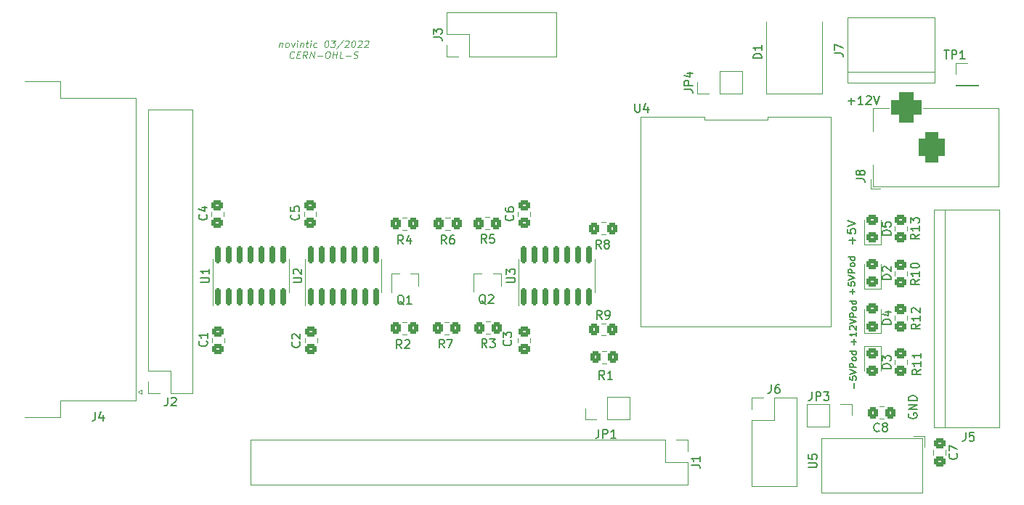
<source format=gbr>
G04 #@! TF.GenerationSoftware,KiCad,Pcbnew,(6.0.4-0)*
G04 #@! TF.CreationDate,2022-04-08T08:30:32+02:00*
G04 #@! TF.ProjectId,FluCom2,466c7543-6f6d-4322-9e6b-696361645f70,2.3*
G04 #@! TF.SameCoordinates,Original*
G04 #@! TF.FileFunction,Legend,Top*
G04 #@! TF.FilePolarity,Positive*
%FSLAX46Y46*%
G04 Gerber Fmt 4.6, Leading zero omitted, Abs format (unit mm)*
G04 Created by KiCad (PCBNEW (6.0.4-0)) date 2022-04-08 08:30:32*
%MOMM*%
%LPD*%
G01*
G04 APERTURE LIST*
G04 Aperture macros list*
%AMRoundRect*
0 Rectangle with rounded corners*
0 $1 Rounding radius*
0 $2 $3 $4 $5 $6 $7 $8 $9 X,Y pos of 4 corners*
0 Add a 4 corners polygon primitive as box body*
4,1,4,$2,$3,$4,$5,$6,$7,$8,$9,$2,$3,0*
0 Add four circle primitives for the rounded corners*
1,1,$1+$1,$2,$3*
1,1,$1+$1,$4,$5*
1,1,$1+$1,$6,$7*
1,1,$1+$1,$8,$9*
0 Add four rect primitives between the rounded corners*
20,1,$1+$1,$2,$3,$4,$5,0*
20,1,$1+$1,$4,$5,$6,$7,0*
20,1,$1+$1,$6,$7,$8,$9,0*
20,1,$1+$1,$8,$9,$2,$3,0*%
G04 Aperture macros list end*
%ADD10C,0.100000*%
%ADD11C,0.200000*%
%ADD12C,0.150000*%
%ADD13C,0.120000*%
%ADD14RoundRect,0.250000X-0.450000X0.325000X-0.450000X-0.325000X0.450000X-0.325000X0.450000X0.325000X0*%
%ADD15RoundRect,0.250000X0.450000X-0.325000X0.450000X0.325000X-0.450000X0.325000X-0.450000X-0.325000X0*%
%ADD16R,3.300000X2.500000*%
%ADD17R,1.700000X1.700000*%
%ADD18O,1.700000X1.700000*%
%ADD19R,3.500000X3.500000*%
%ADD20RoundRect,0.750000X0.750000X1.000000X-0.750000X1.000000X-0.750000X-1.000000X0.750000X-1.000000X0*%
%ADD21RoundRect,0.875000X0.875000X0.875000X-0.875000X0.875000X-0.875000X-0.875000X0.875000X-0.875000X0*%
%ADD22R,3.000000X3.000000*%
%ADD23C,3.000000*%
%ADD24R,0.800000X0.900000*%
%ADD25RoundRect,0.250000X0.325000X0.450000X-0.325000X0.450000X-0.325000X-0.450000X0.325000X-0.450000X0*%
%ADD26RoundRect,0.150000X0.150000X-0.825000X0.150000X0.825000X-0.150000X0.825000X-0.150000X-0.825000X0*%
%ADD27R,1.500000X2.000000*%
%ADD28O,1.500000X2.000000*%
%ADD29RoundRect,0.250000X-0.325000X-0.450000X0.325000X-0.450000X0.325000X0.450000X-0.325000X0.450000X0*%
%ADD30R,1.600000X1.600000*%
%ADD31C,1.600000*%
%ADD32O,2.000000X1.200000*%
G04 APERTURE END LIST*
D10*
X86777023Y-87830571D02*
X86710357Y-88363904D01*
X86767500Y-87906761D02*
X86810357Y-87868666D01*
X86891309Y-87830571D01*
X87005595Y-87830571D01*
X87077023Y-87868666D01*
X87105595Y-87944857D01*
X87053214Y-88363904D01*
X87548452Y-88363904D02*
X87477023Y-88325809D01*
X87443690Y-88287714D01*
X87415119Y-88211523D01*
X87443690Y-87982952D01*
X87491309Y-87906761D01*
X87534166Y-87868666D01*
X87615119Y-87830571D01*
X87729404Y-87830571D01*
X87800833Y-87868666D01*
X87834166Y-87906761D01*
X87862738Y-87982952D01*
X87834166Y-88211523D01*
X87786547Y-88287714D01*
X87743690Y-88325809D01*
X87662738Y-88363904D01*
X87548452Y-88363904D01*
X88148452Y-87830571D02*
X88272261Y-88363904D01*
X88529404Y-87830571D01*
X88767500Y-88363904D02*
X88834166Y-87830571D01*
X88867500Y-87563904D02*
X88824642Y-87602000D01*
X88857976Y-87640095D01*
X88900833Y-87602000D01*
X88867500Y-87563904D01*
X88857976Y-87640095D01*
X89215119Y-87830571D02*
X89148452Y-88363904D01*
X89205595Y-87906761D02*
X89248452Y-87868666D01*
X89329404Y-87830571D01*
X89443690Y-87830571D01*
X89515119Y-87868666D01*
X89543690Y-87944857D01*
X89491309Y-88363904D01*
X89824642Y-87830571D02*
X90129404Y-87830571D01*
X89972261Y-87563904D02*
X89886547Y-88249619D01*
X89915119Y-88325809D01*
X89986547Y-88363904D01*
X90062738Y-88363904D01*
X90329404Y-88363904D02*
X90396071Y-87830571D01*
X90429404Y-87563904D02*
X90386547Y-87602000D01*
X90419880Y-87640095D01*
X90462738Y-87602000D01*
X90429404Y-87563904D01*
X90419880Y-87640095D01*
X91057976Y-88325809D02*
X90977023Y-88363904D01*
X90824642Y-88363904D01*
X90753214Y-88325809D01*
X90719880Y-88287714D01*
X90691309Y-88211523D01*
X90719880Y-87982952D01*
X90767500Y-87906761D01*
X90810357Y-87868666D01*
X90891309Y-87830571D01*
X91043690Y-87830571D01*
X91115119Y-87868666D01*
X92257976Y-87563904D02*
X92334166Y-87563904D01*
X92405595Y-87602000D01*
X92438928Y-87640095D01*
X92467500Y-87716285D01*
X92486547Y-87868666D01*
X92462738Y-88059142D01*
X92405595Y-88211523D01*
X92357976Y-88287714D01*
X92315119Y-88325809D01*
X92234166Y-88363904D01*
X92157976Y-88363904D01*
X92086547Y-88325809D01*
X92053214Y-88287714D01*
X92024642Y-88211523D01*
X92005595Y-88059142D01*
X92029404Y-87868666D01*
X92086547Y-87716285D01*
X92134166Y-87640095D01*
X92177023Y-87602000D01*
X92257976Y-87563904D01*
X92791309Y-87563904D02*
X93286547Y-87563904D01*
X92981785Y-87868666D01*
X93096071Y-87868666D01*
X93167500Y-87906761D01*
X93200833Y-87944857D01*
X93229404Y-88021047D01*
X93205595Y-88211523D01*
X93157976Y-88287714D01*
X93115119Y-88325809D01*
X93034166Y-88363904D01*
X92805595Y-88363904D01*
X92734166Y-88325809D01*
X92700833Y-88287714D01*
X94205595Y-87525809D02*
X93391309Y-88554380D01*
X94419880Y-87640095D02*
X94462738Y-87602000D01*
X94543690Y-87563904D01*
X94734166Y-87563904D01*
X94805595Y-87602000D01*
X94838928Y-87640095D01*
X94867500Y-87716285D01*
X94857976Y-87792476D01*
X94805595Y-87906761D01*
X94291309Y-88363904D01*
X94786547Y-88363904D01*
X95381785Y-87563904D02*
X95457976Y-87563904D01*
X95529404Y-87602000D01*
X95562738Y-87640095D01*
X95591309Y-87716285D01*
X95610357Y-87868666D01*
X95586547Y-88059142D01*
X95529404Y-88211523D01*
X95481785Y-88287714D01*
X95438928Y-88325809D01*
X95357976Y-88363904D01*
X95281785Y-88363904D01*
X95210357Y-88325809D01*
X95177023Y-88287714D01*
X95148452Y-88211523D01*
X95129404Y-88059142D01*
X95153214Y-87868666D01*
X95210357Y-87716285D01*
X95257976Y-87640095D01*
X95300833Y-87602000D01*
X95381785Y-87563904D01*
X95943690Y-87640095D02*
X95986547Y-87602000D01*
X96067500Y-87563904D01*
X96257976Y-87563904D01*
X96329404Y-87602000D01*
X96362738Y-87640095D01*
X96391309Y-87716285D01*
X96381785Y-87792476D01*
X96329404Y-87906761D01*
X95815119Y-88363904D01*
X96310357Y-88363904D01*
X96705595Y-87640095D02*
X96748452Y-87602000D01*
X96829404Y-87563904D01*
X97019880Y-87563904D01*
X97091309Y-87602000D01*
X97124642Y-87640095D01*
X97153214Y-87716285D01*
X97143690Y-87792476D01*
X97091309Y-87906761D01*
X96577023Y-88363904D01*
X97072261Y-88363904D01*
X88415119Y-89575714D02*
X88372261Y-89613809D01*
X88253214Y-89651904D01*
X88177023Y-89651904D01*
X88067500Y-89613809D01*
X88000833Y-89537619D01*
X87972261Y-89461428D01*
X87953214Y-89309047D01*
X87967500Y-89194761D01*
X88024642Y-89042380D01*
X88072261Y-88966190D01*
X88157976Y-88890000D01*
X88277023Y-88851904D01*
X88353214Y-88851904D01*
X88462738Y-88890000D01*
X88496071Y-88928095D01*
X88800833Y-89232857D02*
X89067500Y-89232857D01*
X89129404Y-89651904D02*
X88748452Y-89651904D01*
X88848452Y-88851904D01*
X89229404Y-88851904D01*
X89929404Y-89651904D02*
X89710357Y-89270952D01*
X89472261Y-89651904D02*
X89572261Y-88851904D01*
X89877023Y-88851904D01*
X89948452Y-88890000D01*
X89981785Y-88928095D01*
X90010357Y-89004285D01*
X89996071Y-89118571D01*
X89948452Y-89194761D01*
X89905595Y-89232857D01*
X89824642Y-89270952D01*
X89519880Y-89270952D01*
X90272261Y-89651904D02*
X90372261Y-88851904D01*
X90729404Y-89651904D01*
X90829404Y-88851904D01*
X91148452Y-89347142D02*
X91757976Y-89347142D01*
X92353214Y-88851904D02*
X92505595Y-88851904D01*
X92577023Y-88890000D01*
X92643690Y-88966190D01*
X92662738Y-89118571D01*
X92629404Y-89385238D01*
X92572261Y-89537619D01*
X92486547Y-89613809D01*
X92405595Y-89651904D01*
X92253214Y-89651904D01*
X92181785Y-89613809D01*
X92115119Y-89537619D01*
X92096071Y-89385238D01*
X92129404Y-89118571D01*
X92186547Y-88966190D01*
X92272261Y-88890000D01*
X92353214Y-88851904D01*
X92938928Y-89651904D02*
X93038928Y-88851904D01*
X92991309Y-89232857D02*
X93448452Y-89232857D01*
X93396071Y-89651904D02*
X93496071Y-88851904D01*
X94157976Y-89651904D02*
X93777023Y-89651904D01*
X93877023Y-88851904D01*
X94462738Y-89347142D02*
X95072261Y-89347142D01*
X95381785Y-89613809D02*
X95491309Y-89651904D01*
X95681785Y-89651904D01*
X95762738Y-89613809D01*
X95805595Y-89575714D01*
X95853214Y-89499523D01*
X95862738Y-89423333D01*
X95834166Y-89347142D01*
X95800833Y-89309047D01*
X95729404Y-89270952D01*
X95581785Y-89232857D01*
X95510357Y-89194761D01*
X95477023Y-89156666D01*
X95448452Y-89080476D01*
X95457976Y-89004285D01*
X95505595Y-88928095D01*
X95548452Y-88890000D01*
X95629404Y-88851904D01*
X95819880Y-88851904D01*
X95929404Y-88890000D01*
D11*
X153557142Y-117152380D02*
X153557142Y-116542857D01*
X153861904Y-116847619D02*
X153252380Y-116847619D01*
X153061904Y-115780952D02*
X153061904Y-116161904D01*
X153442857Y-116200000D01*
X153404761Y-116161904D01*
X153366666Y-116085714D01*
X153366666Y-115895238D01*
X153404761Y-115819047D01*
X153442857Y-115780952D01*
X153519047Y-115742857D01*
X153709523Y-115742857D01*
X153785714Y-115780952D01*
X153823809Y-115819047D01*
X153861904Y-115895238D01*
X153861904Y-116085714D01*
X153823809Y-116161904D01*
X153785714Y-116200000D01*
X153061904Y-115514285D02*
X153861904Y-115247619D01*
X153061904Y-114980952D01*
X153861904Y-114714285D02*
X153061904Y-114714285D01*
X153061904Y-114409523D01*
X153100000Y-114333333D01*
X153138095Y-114295238D01*
X153214285Y-114257142D01*
X153328571Y-114257142D01*
X153404761Y-114295238D01*
X153442857Y-114333333D01*
X153480952Y-114409523D01*
X153480952Y-114714285D01*
X153861904Y-113800000D02*
X153823809Y-113876190D01*
X153785714Y-113914285D01*
X153709523Y-113952380D01*
X153480952Y-113952380D01*
X153404761Y-113914285D01*
X153366666Y-113876190D01*
X153328571Y-113800000D01*
X153328571Y-113685714D01*
X153366666Y-113609523D01*
X153404761Y-113571428D01*
X153480952Y-113533333D01*
X153709523Y-113533333D01*
X153785714Y-113571428D01*
X153823809Y-113609523D01*
X153861904Y-113685714D01*
X153861904Y-113800000D01*
X153861904Y-112847619D02*
X153061904Y-112847619D01*
X153823809Y-112847619D02*
X153861904Y-112923809D01*
X153861904Y-113076190D01*
X153823809Y-113152380D01*
X153785714Y-113190476D01*
X153709523Y-113228571D01*
X153480952Y-113228571D01*
X153404761Y-113190476D01*
X153366666Y-113152380D01*
X153328571Y-113076190D01*
X153328571Y-112923809D01*
X153366666Y-112847619D01*
X153025695Y-94661028D02*
X153787600Y-94661028D01*
X153406647Y-95041980D02*
X153406647Y-94280076D01*
X154787600Y-95041980D02*
X154216171Y-95041980D01*
X154501885Y-95041980D02*
X154501885Y-94041980D01*
X154406647Y-94184838D01*
X154311409Y-94280076D01*
X154216171Y-94327695D01*
X155168552Y-94137219D02*
X155216171Y-94089600D01*
X155311409Y-94041980D01*
X155549504Y-94041980D01*
X155644742Y-94089600D01*
X155692361Y-94137219D01*
X155739980Y-94232457D01*
X155739980Y-94327695D01*
X155692361Y-94470552D01*
X155120933Y-95041980D01*
X155739980Y-95041980D01*
X156025695Y-94041980D02*
X156359028Y-95041980D01*
X156692361Y-94041980D01*
X160129600Y-131114704D02*
X160081980Y-131209942D01*
X160081980Y-131352800D01*
X160129600Y-131495657D01*
X160224838Y-131590895D01*
X160320076Y-131638514D01*
X160510552Y-131686133D01*
X160653409Y-131686133D01*
X160843885Y-131638514D01*
X160939123Y-131590895D01*
X161034361Y-131495657D01*
X161081980Y-131352800D01*
X161081980Y-131257561D01*
X161034361Y-131114704D01*
X160986742Y-131067085D01*
X160653409Y-131067085D01*
X160653409Y-131257561D01*
X161081980Y-130638514D02*
X160081980Y-130638514D01*
X161081980Y-130067085D01*
X160081980Y-130067085D01*
X161081980Y-129590895D02*
X160081980Y-129590895D01*
X160081980Y-129352800D01*
X160129600Y-129209942D01*
X160224838Y-129114704D01*
X160320076Y-129067085D01*
X160510552Y-129019466D01*
X160653409Y-129019466D01*
X160843885Y-129067085D01*
X160939123Y-129114704D01*
X161034361Y-129209942D01*
X161081980Y-129352800D01*
X161081980Y-129590895D01*
X153727142Y-123033333D02*
X153727142Y-122423809D01*
X154031904Y-122728571D02*
X153422380Y-122728571D01*
X154031904Y-121623809D02*
X154031904Y-122080952D01*
X154031904Y-121852380D02*
X153231904Y-121852380D01*
X153346190Y-121928571D01*
X153422380Y-122004761D01*
X153460476Y-122080952D01*
X153308095Y-121319047D02*
X153270000Y-121280952D01*
X153231904Y-121204761D01*
X153231904Y-121014285D01*
X153270000Y-120938095D01*
X153308095Y-120900000D01*
X153384285Y-120861904D01*
X153460476Y-120861904D01*
X153574761Y-120900000D01*
X154031904Y-121357142D01*
X154031904Y-120861904D01*
X153231904Y-120633333D02*
X154031904Y-120366666D01*
X153231904Y-120100000D01*
X154031904Y-119833333D02*
X153231904Y-119833333D01*
X153231904Y-119528571D01*
X153270000Y-119452380D01*
X153308095Y-119414285D01*
X153384285Y-119376190D01*
X153498571Y-119376190D01*
X153574761Y-119414285D01*
X153612857Y-119452380D01*
X153650952Y-119528571D01*
X153650952Y-119833333D01*
X154031904Y-118919047D02*
X153993809Y-118995238D01*
X153955714Y-119033333D01*
X153879523Y-119071428D01*
X153650952Y-119071428D01*
X153574761Y-119033333D01*
X153536666Y-118995238D01*
X153498571Y-118919047D01*
X153498571Y-118804761D01*
X153536666Y-118728571D01*
X153574761Y-118690476D01*
X153650952Y-118652380D01*
X153879523Y-118652380D01*
X153955714Y-118690476D01*
X153993809Y-118728571D01*
X154031904Y-118804761D01*
X154031904Y-118919047D01*
X154031904Y-117966666D02*
X153231904Y-117966666D01*
X153993809Y-117966666D02*
X154031904Y-118042857D01*
X154031904Y-118195238D01*
X153993809Y-118271428D01*
X153955714Y-118309523D01*
X153879523Y-118347619D01*
X153650952Y-118347619D01*
X153574761Y-118309523D01*
X153536666Y-118271428D01*
X153498571Y-118195238D01*
X153498571Y-118042857D01*
X153536666Y-117966666D01*
X153727142Y-128152380D02*
X153727142Y-127542857D01*
X153231904Y-126780952D02*
X153231904Y-127161904D01*
X153612857Y-127200000D01*
X153574761Y-127161904D01*
X153536666Y-127085714D01*
X153536666Y-126895238D01*
X153574761Y-126819047D01*
X153612857Y-126780952D01*
X153689047Y-126742857D01*
X153879523Y-126742857D01*
X153955714Y-126780952D01*
X153993809Y-126819047D01*
X154031904Y-126895238D01*
X154031904Y-127085714D01*
X153993809Y-127161904D01*
X153955714Y-127200000D01*
X153231904Y-126514285D02*
X154031904Y-126247619D01*
X153231904Y-125980952D01*
X154031904Y-125714285D02*
X153231904Y-125714285D01*
X153231904Y-125409523D01*
X153270000Y-125333333D01*
X153308095Y-125295238D01*
X153384285Y-125257142D01*
X153498571Y-125257142D01*
X153574761Y-125295238D01*
X153612857Y-125333333D01*
X153650952Y-125409523D01*
X153650952Y-125714285D01*
X154031904Y-124800000D02*
X153993809Y-124876190D01*
X153955714Y-124914285D01*
X153879523Y-124952380D01*
X153650952Y-124952380D01*
X153574761Y-124914285D01*
X153536666Y-124876190D01*
X153498571Y-124800000D01*
X153498571Y-124685714D01*
X153536666Y-124609523D01*
X153574761Y-124571428D01*
X153650952Y-124533333D01*
X153879523Y-124533333D01*
X153955714Y-124571428D01*
X153993809Y-124609523D01*
X154031904Y-124685714D01*
X154031904Y-124800000D01*
X154031904Y-123847619D02*
X153231904Y-123847619D01*
X153993809Y-123847619D02*
X154031904Y-123923809D01*
X154031904Y-124076190D01*
X153993809Y-124152380D01*
X153955714Y-124190476D01*
X153879523Y-124228571D01*
X153650952Y-124228571D01*
X153574761Y-124190476D01*
X153536666Y-124152380D01*
X153498571Y-124076190D01*
X153498571Y-123923809D01*
X153536666Y-123847619D01*
X153571428Y-111285714D02*
X153571428Y-110523809D01*
X153952380Y-110904761D02*
X153190476Y-110904761D01*
X152952380Y-109571428D02*
X152952380Y-110047619D01*
X153428571Y-110095238D01*
X153380952Y-110047619D01*
X153333333Y-109952380D01*
X153333333Y-109714285D01*
X153380952Y-109619047D01*
X153428571Y-109571428D01*
X153523809Y-109523809D01*
X153761904Y-109523809D01*
X153857142Y-109571428D01*
X153904761Y-109619047D01*
X153952380Y-109714285D01*
X153952380Y-109952380D01*
X153904761Y-110047619D01*
X153857142Y-110095238D01*
X152952380Y-109238095D02*
X153952380Y-108904761D01*
X152952380Y-108571428D01*
D12*
X78260742Y-122647066D02*
X78308361Y-122694685D01*
X78355980Y-122837542D01*
X78355980Y-122932780D01*
X78308361Y-123075638D01*
X78213123Y-123170876D01*
X78117885Y-123218495D01*
X77927409Y-123266114D01*
X77784552Y-123266114D01*
X77594076Y-123218495D01*
X77498838Y-123170876D01*
X77403600Y-123075638D01*
X77355980Y-122932780D01*
X77355980Y-122837542D01*
X77403600Y-122694685D01*
X77451219Y-122647066D01*
X78355980Y-121694685D02*
X78355980Y-122266114D01*
X78355980Y-121980400D02*
X77355980Y-121980400D01*
X77498838Y-122075638D01*
X77594076Y-122170876D01*
X77641695Y-122266114D01*
X89081142Y-122747066D02*
X89128761Y-122794685D01*
X89176380Y-122937542D01*
X89176380Y-123032780D01*
X89128761Y-123175638D01*
X89033523Y-123270876D01*
X88938285Y-123318495D01*
X88747809Y-123366114D01*
X88604952Y-123366114D01*
X88414476Y-123318495D01*
X88319238Y-123270876D01*
X88224000Y-123175638D01*
X88176380Y-123032780D01*
X88176380Y-122937542D01*
X88224000Y-122794685D01*
X88271619Y-122747066D01*
X88271619Y-122366114D02*
X88224000Y-122318495D01*
X88176380Y-122223257D01*
X88176380Y-121985161D01*
X88224000Y-121889923D01*
X88271619Y-121842304D01*
X88366857Y-121794685D01*
X88462095Y-121794685D01*
X88604952Y-121842304D01*
X89176380Y-122413733D01*
X89176380Y-121794685D01*
X88979542Y-107889266D02*
X89027161Y-107936885D01*
X89074780Y-108079742D01*
X89074780Y-108174980D01*
X89027161Y-108317838D01*
X88931923Y-108413076D01*
X88836685Y-108460695D01*
X88646209Y-108508314D01*
X88503352Y-108508314D01*
X88312876Y-108460695D01*
X88217638Y-108413076D01*
X88122400Y-108317838D01*
X88074780Y-108174980D01*
X88074780Y-108079742D01*
X88122400Y-107936885D01*
X88170019Y-107889266D01*
X88074780Y-106984504D02*
X88074780Y-107460695D01*
X88550971Y-107508314D01*
X88503352Y-107460695D01*
X88455733Y-107365457D01*
X88455733Y-107127361D01*
X88503352Y-107032123D01*
X88550971Y-106984504D01*
X88646209Y-106936885D01*
X88884304Y-106936885D01*
X88979542Y-106984504D01*
X89027161Y-107032123D01*
X89074780Y-107127361D01*
X89074780Y-107365457D01*
X89027161Y-107460695D01*
X88979542Y-107508314D01*
X165710142Y-135802666D02*
X165757761Y-135850285D01*
X165805380Y-135993142D01*
X165805380Y-136088380D01*
X165757761Y-136231238D01*
X165662523Y-136326476D01*
X165567285Y-136374095D01*
X165376809Y-136421714D01*
X165233952Y-136421714D01*
X165043476Y-136374095D01*
X164948238Y-136326476D01*
X164853000Y-136231238D01*
X164805380Y-136088380D01*
X164805380Y-135993142D01*
X164853000Y-135850285D01*
X164900619Y-135802666D01*
X164805380Y-135469333D02*
X164805380Y-134802666D01*
X165805380Y-135231238D01*
X158027380Y-115463095D02*
X157027380Y-115463095D01*
X157027380Y-115225000D01*
X157075000Y-115082142D01*
X157170238Y-114986904D01*
X157265476Y-114939285D01*
X157455952Y-114891666D01*
X157598809Y-114891666D01*
X157789285Y-114939285D01*
X157884523Y-114986904D01*
X157979761Y-115082142D01*
X158027380Y-115225000D01*
X158027380Y-115463095D01*
X157122619Y-114510714D02*
X157075000Y-114463095D01*
X157027380Y-114367857D01*
X157027380Y-114129761D01*
X157075000Y-114034523D01*
X157122619Y-113986904D01*
X157217857Y-113939285D01*
X157313095Y-113939285D01*
X157455952Y-113986904D01*
X158027380Y-114558333D01*
X158027380Y-113939285D01*
X158027380Y-125863095D02*
X157027380Y-125863095D01*
X157027380Y-125625000D01*
X157075000Y-125482142D01*
X157170238Y-125386904D01*
X157265476Y-125339285D01*
X157455952Y-125291666D01*
X157598809Y-125291666D01*
X157789285Y-125339285D01*
X157884523Y-125386904D01*
X157979761Y-125482142D01*
X158027380Y-125625000D01*
X158027380Y-125863095D01*
X157027380Y-124958333D02*
X157027380Y-124339285D01*
X157408333Y-124672619D01*
X157408333Y-124529761D01*
X157455952Y-124434523D01*
X157503571Y-124386904D01*
X157598809Y-124339285D01*
X157836904Y-124339285D01*
X157932142Y-124386904D01*
X157979761Y-124434523D01*
X158027380Y-124529761D01*
X158027380Y-124815476D01*
X157979761Y-124910714D01*
X157932142Y-124958333D01*
X158059380Y-120663095D02*
X157059380Y-120663095D01*
X157059380Y-120425000D01*
X157107000Y-120282142D01*
X157202238Y-120186904D01*
X157297476Y-120139285D01*
X157487952Y-120091666D01*
X157630809Y-120091666D01*
X157821285Y-120139285D01*
X157916523Y-120186904D01*
X158011761Y-120282142D01*
X158059380Y-120425000D01*
X158059380Y-120663095D01*
X157392714Y-119234523D02*
X158059380Y-119234523D01*
X157011761Y-119472619D02*
X157726047Y-119710714D01*
X157726047Y-119091666D01*
X158027380Y-110263095D02*
X157027380Y-110263095D01*
X157027380Y-110025000D01*
X157075000Y-109882142D01*
X157170238Y-109786904D01*
X157265476Y-109739285D01*
X157455952Y-109691666D01*
X157598809Y-109691666D01*
X157789285Y-109739285D01*
X157884523Y-109786904D01*
X157979761Y-109882142D01*
X158027380Y-110025000D01*
X158027380Y-110263095D01*
X157027380Y-108786904D02*
X157027380Y-109263095D01*
X157503571Y-109310714D01*
X157455952Y-109263095D01*
X157408333Y-109167857D01*
X157408333Y-108929761D01*
X157455952Y-108834523D01*
X157503571Y-108786904D01*
X157598809Y-108739285D01*
X157836904Y-108739285D01*
X157932142Y-108786904D01*
X157979761Y-108834523D01*
X158027380Y-108929761D01*
X158027380Y-109167857D01*
X157979761Y-109263095D01*
X157932142Y-109310714D01*
X142971780Y-89663495D02*
X141971780Y-89663495D01*
X141971780Y-89425400D01*
X142019400Y-89282542D01*
X142114638Y-89187304D01*
X142209876Y-89139685D01*
X142400352Y-89092066D01*
X142543209Y-89092066D01*
X142733685Y-89139685D01*
X142828923Y-89187304D01*
X142924161Y-89282542D01*
X142971780Y-89425400D01*
X142971780Y-89663495D01*
X142971780Y-88139685D02*
X142971780Y-88711114D01*
X142971780Y-88425400D02*
X141971780Y-88425400D01*
X142114638Y-88520638D01*
X142209876Y-88615876D01*
X142257495Y-88711114D01*
X134782380Y-137103333D02*
X135496666Y-137103333D01*
X135639523Y-137150952D01*
X135734761Y-137246190D01*
X135782380Y-137389047D01*
X135782380Y-137484285D01*
X135782380Y-136103333D02*
X135782380Y-136674761D01*
X135782380Y-136389047D02*
X134782380Y-136389047D01*
X134925238Y-136484285D01*
X135020476Y-136579523D01*
X135068095Y-136674761D01*
X73711666Y-129207380D02*
X73711666Y-129921666D01*
X73664047Y-130064523D01*
X73568809Y-130159761D01*
X73425952Y-130207380D01*
X73330714Y-130207380D01*
X74140238Y-129302619D02*
X74187857Y-129255000D01*
X74283095Y-129207380D01*
X74521190Y-129207380D01*
X74616428Y-129255000D01*
X74664047Y-129302619D01*
X74711666Y-129397857D01*
X74711666Y-129493095D01*
X74664047Y-129635952D01*
X74092619Y-130207380D01*
X74711666Y-130207380D01*
X153991380Y-103708333D02*
X154705666Y-103708333D01*
X154848523Y-103755952D01*
X154943761Y-103851190D01*
X154991380Y-103994047D01*
X154991380Y-104089285D01*
X154419952Y-103089285D02*
X154372333Y-103184523D01*
X154324714Y-103232142D01*
X154229476Y-103279761D01*
X154181857Y-103279761D01*
X154086619Y-103232142D01*
X154039000Y-103184523D01*
X153991380Y-103089285D01*
X153991380Y-102898809D01*
X154039000Y-102803571D01*
X154086619Y-102755952D01*
X154181857Y-102708333D01*
X154229476Y-102708333D01*
X154324714Y-102755952D01*
X154372333Y-102803571D01*
X154419952Y-102898809D01*
X154419952Y-103089285D01*
X154467571Y-103184523D01*
X154515190Y-103232142D01*
X154610428Y-103279761D01*
X154800904Y-103279761D01*
X154896142Y-103232142D01*
X154943761Y-103184523D01*
X154991380Y-103089285D01*
X154991380Y-102898809D01*
X154943761Y-102803571D01*
X154896142Y-102755952D01*
X154800904Y-102708333D01*
X154610428Y-102708333D01*
X154515190Y-102755952D01*
X154467571Y-102803571D01*
X154419952Y-102898809D01*
X166747866Y-133310380D02*
X166747866Y-134024666D01*
X166700247Y-134167523D01*
X166605009Y-134262761D01*
X166462152Y-134310380D01*
X166366914Y-134310380D01*
X167700247Y-133310380D02*
X167224057Y-133310380D01*
X167176438Y-133786571D01*
X167224057Y-133738952D01*
X167319295Y-133691333D01*
X167557390Y-133691333D01*
X167652628Y-133738952D01*
X167700247Y-133786571D01*
X167747866Y-133881809D01*
X167747866Y-134119904D01*
X167700247Y-134215142D01*
X167652628Y-134262761D01*
X167557390Y-134310380D01*
X167319295Y-134310380D01*
X167224057Y-134262761D01*
X167176438Y-134215142D01*
X151452380Y-89033333D02*
X152166666Y-89033333D01*
X152309523Y-89080952D01*
X152404761Y-89176190D01*
X152452380Y-89319047D01*
X152452380Y-89414285D01*
X151452380Y-88652380D02*
X151452380Y-87985714D01*
X152452380Y-88414285D01*
X148823466Y-128585980D02*
X148823466Y-129300266D01*
X148775847Y-129443123D01*
X148680609Y-129538361D01*
X148537752Y-129585980D01*
X148442514Y-129585980D01*
X149299657Y-129585980D02*
X149299657Y-128585980D01*
X149680609Y-128585980D01*
X149775847Y-128633600D01*
X149823466Y-128681219D01*
X149871085Y-128776457D01*
X149871085Y-128919314D01*
X149823466Y-129014552D01*
X149775847Y-129062171D01*
X149680609Y-129109790D01*
X149299657Y-129109790D01*
X150204419Y-128585980D02*
X150823466Y-128585980D01*
X150490133Y-128966933D01*
X150632990Y-128966933D01*
X150728228Y-129014552D01*
X150775847Y-129062171D01*
X150823466Y-129157409D01*
X150823466Y-129395504D01*
X150775847Y-129490742D01*
X150728228Y-129538361D01*
X150632990Y-129585980D01*
X150347276Y-129585980D01*
X150252038Y-129538361D01*
X150204419Y-129490742D01*
X110806761Y-118347619D02*
X110711523Y-118300000D01*
X110616285Y-118204761D01*
X110473428Y-118061904D01*
X110378190Y-118014285D01*
X110282952Y-118014285D01*
X110330571Y-118252380D02*
X110235333Y-118204761D01*
X110140095Y-118109523D01*
X110092476Y-117919047D01*
X110092476Y-117585714D01*
X110140095Y-117395238D01*
X110235333Y-117300000D01*
X110330571Y-117252380D01*
X110521047Y-117252380D01*
X110616285Y-117300000D01*
X110711523Y-117395238D01*
X110759142Y-117585714D01*
X110759142Y-117919047D01*
X110711523Y-118109523D01*
X110616285Y-118204761D01*
X110521047Y-118252380D01*
X110330571Y-118252380D01*
X111140095Y-117347619D02*
X111187714Y-117300000D01*
X111282952Y-117252380D01*
X111521047Y-117252380D01*
X111616285Y-117300000D01*
X111663904Y-117347619D01*
X111711523Y-117442857D01*
X111711523Y-117538095D01*
X111663904Y-117680952D01*
X111092476Y-118252380D01*
X111711523Y-118252380D01*
X161327380Y-115467857D02*
X160851190Y-115801190D01*
X161327380Y-116039285D02*
X160327380Y-116039285D01*
X160327380Y-115658333D01*
X160375000Y-115563095D01*
X160422619Y-115515476D01*
X160517857Y-115467857D01*
X160660714Y-115467857D01*
X160755952Y-115515476D01*
X160803571Y-115563095D01*
X160851190Y-115658333D01*
X160851190Y-116039285D01*
X161327380Y-114515476D02*
X161327380Y-115086904D01*
X161327380Y-114801190D02*
X160327380Y-114801190D01*
X160470238Y-114896428D01*
X160565476Y-114991666D01*
X160613095Y-115086904D01*
X160327380Y-113896428D02*
X160327380Y-113801190D01*
X160375000Y-113705952D01*
X160422619Y-113658333D01*
X160517857Y-113610714D01*
X160708333Y-113563095D01*
X160946428Y-113563095D01*
X161136904Y-113610714D01*
X161232142Y-113658333D01*
X161279761Y-113705952D01*
X161327380Y-113801190D01*
X161327380Y-113896428D01*
X161279761Y-113991666D01*
X161232142Y-114039285D01*
X161136904Y-114086904D01*
X160946428Y-114134523D01*
X160708333Y-114134523D01*
X160517857Y-114086904D01*
X160422619Y-114039285D01*
X160375000Y-113991666D01*
X160327380Y-113896428D01*
X161427380Y-120667857D02*
X160951190Y-121001190D01*
X161427380Y-121239285D02*
X160427380Y-121239285D01*
X160427380Y-120858333D01*
X160475000Y-120763095D01*
X160522619Y-120715476D01*
X160617857Y-120667857D01*
X160760714Y-120667857D01*
X160855952Y-120715476D01*
X160903571Y-120763095D01*
X160951190Y-120858333D01*
X160951190Y-121239285D01*
X161427380Y-119715476D02*
X161427380Y-120286904D01*
X161427380Y-120001190D02*
X160427380Y-120001190D01*
X160570238Y-120096428D01*
X160665476Y-120191666D01*
X160713095Y-120286904D01*
X160522619Y-119334523D02*
X160475000Y-119286904D01*
X160427380Y-119191666D01*
X160427380Y-118953571D01*
X160475000Y-118858333D01*
X160522619Y-118810714D01*
X160617857Y-118763095D01*
X160713095Y-118763095D01*
X160855952Y-118810714D01*
X161427380Y-119382142D01*
X161427380Y-118763095D01*
X161327380Y-110167857D02*
X160851190Y-110501190D01*
X161327380Y-110739285D02*
X160327380Y-110739285D01*
X160327380Y-110358333D01*
X160375000Y-110263095D01*
X160422619Y-110215476D01*
X160517857Y-110167857D01*
X160660714Y-110167857D01*
X160755952Y-110215476D01*
X160803571Y-110263095D01*
X160851190Y-110358333D01*
X160851190Y-110739285D01*
X161327380Y-109215476D02*
X161327380Y-109786904D01*
X161327380Y-109501190D02*
X160327380Y-109501190D01*
X160470238Y-109596428D01*
X160565476Y-109691666D01*
X160613095Y-109786904D01*
X160327380Y-108882142D02*
X160327380Y-108263095D01*
X160708333Y-108596428D01*
X160708333Y-108453571D01*
X160755952Y-108358333D01*
X160803571Y-108310714D01*
X160898809Y-108263095D01*
X161136904Y-108263095D01*
X161232142Y-108310714D01*
X161279761Y-108358333D01*
X161327380Y-108453571D01*
X161327380Y-108739285D01*
X161279761Y-108834523D01*
X161232142Y-108882142D01*
X110932933Y-123388380D02*
X110599600Y-122912190D01*
X110361504Y-123388380D02*
X110361504Y-122388380D01*
X110742457Y-122388380D01*
X110837695Y-122436000D01*
X110885314Y-122483619D01*
X110932933Y-122578857D01*
X110932933Y-122721714D01*
X110885314Y-122816952D01*
X110837695Y-122864571D01*
X110742457Y-122912190D01*
X110361504Y-122912190D01*
X111266266Y-122388380D02*
X111885314Y-122388380D01*
X111551980Y-122769333D01*
X111694838Y-122769333D01*
X111790076Y-122816952D01*
X111837695Y-122864571D01*
X111885314Y-122959809D01*
X111885314Y-123197904D01*
X111837695Y-123293142D01*
X111790076Y-123340761D01*
X111694838Y-123388380D01*
X111409123Y-123388380D01*
X111313885Y-123340761D01*
X111266266Y-123293142D01*
X105954533Y-123439180D02*
X105621200Y-122962990D01*
X105383104Y-123439180D02*
X105383104Y-122439180D01*
X105764057Y-122439180D01*
X105859295Y-122486800D01*
X105906914Y-122534419D01*
X105954533Y-122629657D01*
X105954533Y-122772514D01*
X105906914Y-122867752D01*
X105859295Y-122915371D01*
X105764057Y-122962990D01*
X105383104Y-122962990D01*
X106287866Y-122439180D02*
X106954533Y-122439180D01*
X106525961Y-123439180D01*
X164244495Y-88707980D02*
X164815923Y-88707980D01*
X164530209Y-89707980D02*
X164530209Y-88707980D01*
X165149257Y-89707980D02*
X165149257Y-88707980D01*
X165530209Y-88707980D01*
X165625447Y-88755600D01*
X165673066Y-88803219D01*
X165720685Y-88898457D01*
X165720685Y-89041314D01*
X165673066Y-89136552D01*
X165625447Y-89184171D01*
X165530209Y-89231790D01*
X165149257Y-89231790D01*
X166673066Y-89707980D02*
X166101638Y-89707980D01*
X166387352Y-89707980D02*
X166387352Y-88707980D01*
X166292114Y-88850838D01*
X166196876Y-88946076D01*
X166101638Y-88993695D01*
X77572380Y-115808904D02*
X78381904Y-115808904D01*
X78477142Y-115761285D01*
X78524761Y-115713666D01*
X78572380Y-115618428D01*
X78572380Y-115427952D01*
X78524761Y-115332714D01*
X78477142Y-115285095D01*
X78381904Y-115237476D01*
X77572380Y-115237476D01*
X78572380Y-114237476D02*
X78572380Y-114808904D01*
X78572380Y-114523190D02*
X77572380Y-114523190D01*
X77715238Y-114618428D01*
X77810476Y-114713666D01*
X77858095Y-114808904D01*
X88355580Y-115808904D02*
X89165104Y-115808904D01*
X89260342Y-115761285D01*
X89307961Y-115713666D01*
X89355580Y-115618428D01*
X89355580Y-115427952D01*
X89307961Y-115332714D01*
X89260342Y-115285095D01*
X89165104Y-115237476D01*
X88355580Y-115237476D01*
X88450819Y-114808904D02*
X88403200Y-114761285D01*
X88355580Y-114666047D01*
X88355580Y-114427952D01*
X88403200Y-114332714D01*
X88450819Y-114285095D01*
X88546057Y-114237476D01*
X88641295Y-114237476D01*
X88784152Y-114285095D01*
X89355580Y-114856523D01*
X89355580Y-114237476D01*
X148423380Y-137413904D02*
X149232904Y-137413904D01*
X149328142Y-137366285D01*
X149375761Y-137318666D01*
X149423380Y-137223428D01*
X149423380Y-137032952D01*
X149375761Y-136937714D01*
X149328142Y-136890095D01*
X149232904Y-136842476D01*
X148423380Y-136842476D01*
X148423380Y-135890095D02*
X148423380Y-136366285D01*
X148899571Y-136413904D01*
X148851952Y-136366285D01*
X148804333Y-136271047D01*
X148804333Y-136032952D01*
X148851952Y-135937714D01*
X148899571Y-135890095D01*
X148994809Y-135842476D01*
X149232904Y-135842476D01*
X149328142Y-135890095D01*
X149375761Y-135937714D01*
X149423380Y-136032952D01*
X149423380Y-136271047D01*
X149375761Y-136366285D01*
X149328142Y-136413904D01*
X101010333Y-123502380D02*
X100677000Y-123026190D01*
X100438904Y-123502380D02*
X100438904Y-122502380D01*
X100819857Y-122502380D01*
X100915095Y-122550000D01*
X100962714Y-122597619D01*
X101010333Y-122692857D01*
X101010333Y-122835714D01*
X100962714Y-122930952D01*
X100915095Y-122978571D01*
X100819857Y-123026190D01*
X100438904Y-123026190D01*
X101391285Y-122597619D02*
X101438904Y-122550000D01*
X101534142Y-122502380D01*
X101772238Y-122502380D01*
X101867476Y-122550000D01*
X101915095Y-122597619D01*
X101962714Y-122692857D01*
X101962714Y-122788095D01*
X101915095Y-122930952D01*
X101343666Y-123502380D01*
X101962714Y-123502380D01*
X101185333Y-111318380D02*
X100852000Y-110842190D01*
X100613904Y-111318380D02*
X100613904Y-110318380D01*
X100994857Y-110318380D01*
X101090095Y-110366000D01*
X101137714Y-110413619D01*
X101185333Y-110508857D01*
X101185333Y-110651714D01*
X101137714Y-110746952D01*
X101090095Y-110794571D01*
X100994857Y-110842190D01*
X100613904Y-110842190D01*
X102042476Y-110651714D02*
X102042476Y-111318380D01*
X101804380Y-110270761D02*
X101566285Y-110985047D01*
X102185333Y-110985047D01*
X101256761Y-118397619D02*
X101161523Y-118350000D01*
X101066285Y-118254761D01*
X100923428Y-118111904D01*
X100828190Y-118064285D01*
X100732952Y-118064285D01*
X100780571Y-118302380D02*
X100685333Y-118254761D01*
X100590095Y-118159523D01*
X100542476Y-117969047D01*
X100542476Y-117635714D01*
X100590095Y-117445238D01*
X100685333Y-117350000D01*
X100780571Y-117302380D01*
X100971047Y-117302380D01*
X101066285Y-117350000D01*
X101161523Y-117445238D01*
X101209142Y-117635714D01*
X101209142Y-117969047D01*
X101161523Y-118159523D01*
X101066285Y-118254761D01*
X100971047Y-118302380D01*
X100780571Y-118302380D01*
X102161523Y-118302380D02*
X101590095Y-118302380D01*
X101875809Y-118302380D02*
X101875809Y-117302380D01*
X101780571Y-117445238D01*
X101685333Y-117540476D01*
X101590095Y-117588095D01*
X110882133Y-111218780D02*
X110548800Y-110742590D01*
X110310704Y-111218780D02*
X110310704Y-110218780D01*
X110691657Y-110218780D01*
X110786895Y-110266400D01*
X110834514Y-110314019D01*
X110882133Y-110409257D01*
X110882133Y-110552114D01*
X110834514Y-110647352D01*
X110786895Y-110694971D01*
X110691657Y-110742590D01*
X110310704Y-110742590D01*
X111786895Y-110218780D02*
X111310704Y-110218780D01*
X111263085Y-110694971D01*
X111310704Y-110647352D01*
X111405942Y-110599733D01*
X111644038Y-110599733D01*
X111739276Y-110647352D01*
X111786895Y-110694971D01*
X111834514Y-110790209D01*
X111834514Y-111028304D01*
X111786895Y-111123542D01*
X111739276Y-111171161D01*
X111644038Y-111218780D01*
X111405942Y-111218780D01*
X111310704Y-111171161D01*
X111263085Y-111123542D01*
X124633334Y-127102381D02*
X124300001Y-126626191D01*
X124061905Y-127102381D02*
X124061905Y-126102381D01*
X124442858Y-126102381D01*
X124538096Y-126150001D01*
X124585715Y-126197620D01*
X124633334Y-126292858D01*
X124633334Y-126435715D01*
X124585715Y-126530953D01*
X124538096Y-126578572D01*
X124442858Y-126626191D01*
X124061905Y-126626191D01*
X125585715Y-127102381D02*
X125014286Y-127102381D01*
X125300001Y-127102381D02*
X125300001Y-126102381D01*
X125204762Y-126245239D01*
X125109524Y-126340477D01*
X125014286Y-126388096D01*
X78249942Y-107889266D02*
X78297561Y-107936885D01*
X78345180Y-108079742D01*
X78345180Y-108174980D01*
X78297561Y-108317838D01*
X78202323Y-108413076D01*
X78107085Y-108460695D01*
X77916609Y-108508314D01*
X77773752Y-108508314D01*
X77583276Y-108460695D01*
X77488038Y-108413076D01*
X77392800Y-108317838D01*
X77345180Y-108174980D01*
X77345180Y-108079742D01*
X77392800Y-107936885D01*
X77440419Y-107889266D01*
X77678514Y-107032123D02*
X78345180Y-107032123D01*
X77297561Y-107270219D02*
X78011847Y-107508314D01*
X78011847Y-106889266D01*
X113722342Y-122547066D02*
X113769961Y-122594685D01*
X113817580Y-122737542D01*
X113817580Y-122832780D01*
X113769961Y-122975638D01*
X113674723Y-123070876D01*
X113579485Y-123118495D01*
X113389009Y-123166114D01*
X113246152Y-123166114D01*
X113055676Y-123118495D01*
X112960438Y-123070876D01*
X112865200Y-122975638D01*
X112817580Y-122832780D01*
X112817580Y-122737542D01*
X112865200Y-122594685D01*
X112912819Y-122547066D01*
X112817580Y-122213733D02*
X112817580Y-121594685D01*
X113198533Y-121928019D01*
X113198533Y-121785161D01*
X113246152Y-121689923D01*
X113293771Y-121642304D01*
X113389009Y-121594685D01*
X113627104Y-121594685D01*
X113722342Y-121642304D01*
X113769961Y-121689923D01*
X113817580Y-121785161D01*
X113817580Y-122070876D01*
X113769961Y-122166114D01*
X113722342Y-122213733D01*
X113972342Y-107964266D02*
X114019961Y-108011885D01*
X114067580Y-108154742D01*
X114067580Y-108249980D01*
X114019961Y-108392838D01*
X113924723Y-108488076D01*
X113829485Y-108535695D01*
X113639009Y-108583314D01*
X113496152Y-108583314D01*
X113305676Y-108535695D01*
X113210438Y-108488076D01*
X113115200Y-108392838D01*
X113067580Y-108249980D01*
X113067580Y-108154742D01*
X113115200Y-108011885D01*
X113162819Y-107964266D01*
X113067580Y-107107123D02*
X113067580Y-107297600D01*
X113115200Y-107392838D01*
X113162819Y-107440457D01*
X113305676Y-107535695D01*
X113496152Y-107583314D01*
X113877104Y-107583314D01*
X113972342Y-107535695D01*
X114019961Y-107488076D01*
X114067580Y-107392838D01*
X114067580Y-107202361D01*
X114019961Y-107107123D01*
X113972342Y-107059504D01*
X113877104Y-107011885D01*
X113639009Y-107011885D01*
X113543771Y-107059504D01*
X113496152Y-107107123D01*
X113448533Y-107202361D01*
X113448533Y-107392838D01*
X113496152Y-107488076D01*
X113543771Y-107535695D01*
X113639009Y-107583314D01*
X113220380Y-115808904D02*
X114029904Y-115808904D01*
X114125142Y-115761285D01*
X114172761Y-115713666D01*
X114220380Y-115618428D01*
X114220380Y-115427952D01*
X114172761Y-115332714D01*
X114125142Y-115285095D01*
X114029904Y-115237476D01*
X113220380Y-115237476D01*
X113220380Y-114856523D02*
X113220380Y-114237476D01*
X113601333Y-114570809D01*
X113601333Y-114427952D01*
X113648952Y-114332714D01*
X113696571Y-114285095D01*
X113791809Y-114237476D01*
X114029904Y-114237476D01*
X114125142Y-114285095D01*
X114172761Y-114332714D01*
X114220380Y-114427952D01*
X114220380Y-114713666D01*
X114172761Y-114808904D01*
X114125142Y-114856523D01*
X156672333Y-133135142D02*
X156624714Y-133182761D01*
X156481857Y-133230380D01*
X156386619Y-133230380D01*
X156243761Y-133182761D01*
X156148523Y-133087523D01*
X156100904Y-132992285D01*
X156053285Y-132801809D01*
X156053285Y-132658952D01*
X156100904Y-132468476D01*
X156148523Y-132373238D01*
X156243761Y-132278000D01*
X156386619Y-132230380D01*
X156481857Y-132230380D01*
X156624714Y-132278000D01*
X156672333Y-132325619D01*
X157243761Y-132658952D02*
X157148523Y-132611333D01*
X157100904Y-132563714D01*
X157053285Y-132468476D01*
X157053285Y-132420857D01*
X157100904Y-132325619D01*
X157148523Y-132278000D01*
X157243761Y-132230380D01*
X157434238Y-132230380D01*
X157529476Y-132278000D01*
X157577095Y-132325619D01*
X157624714Y-132420857D01*
X157624714Y-132468476D01*
X157577095Y-132563714D01*
X157529476Y-132611333D01*
X157434238Y-132658952D01*
X157243761Y-132658952D01*
X157148523Y-132706571D01*
X157100904Y-132754190D01*
X157053285Y-132849428D01*
X157053285Y-133039904D01*
X157100904Y-133135142D01*
X157148523Y-133182761D01*
X157243761Y-133230380D01*
X157434238Y-133230380D01*
X157529476Y-133182761D01*
X157577095Y-133135142D01*
X157624714Y-133039904D01*
X157624714Y-132849428D01*
X157577095Y-132754190D01*
X157529476Y-132706571D01*
X157434238Y-132658952D01*
X161527380Y-125967857D02*
X161051190Y-126301190D01*
X161527380Y-126539285D02*
X160527380Y-126539285D01*
X160527380Y-126158333D01*
X160575000Y-126063095D01*
X160622619Y-126015476D01*
X160717857Y-125967857D01*
X160860714Y-125967857D01*
X160955952Y-126015476D01*
X161003571Y-126063095D01*
X161051190Y-126158333D01*
X161051190Y-126539285D01*
X161527380Y-125015476D02*
X161527380Y-125586904D01*
X161527380Y-125301190D02*
X160527380Y-125301190D01*
X160670238Y-125396428D01*
X160765476Y-125491666D01*
X160813095Y-125586904D01*
X161527380Y-124063095D02*
X161527380Y-124634523D01*
X161527380Y-124348809D02*
X160527380Y-124348809D01*
X160670238Y-124444047D01*
X160765476Y-124539285D01*
X160813095Y-124634523D01*
X65300266Y-130922780D02*
X65300266Y-131637066D01*
X65252647Y-131779923D01*
X65157409Y-131875161D01*
X65014552Y-131922780D01*
X64919314Y-131922780D01*
X66205028Y-131256114D02*
X66205028Y-131922780D01*
X65966933Y-130875161D02*
X65728838Y-131589447D01*
X66347885Y-131589447D01*
X123976666Y-132952380D02*
X123976666Y-133666666D01*
X123929047Y-133809523D01*
X123833809Y-133904761D01*
X123690952Y-133952380D01*
X123595714Y-133952380D01*
X124452857Y-133952380D02*
X124452857Y-132952380D01*
X124833809Y-132952380D01*
X124929047Y-133000000D01*
X124976666Y-133047619D01*
X125024285Y-133142857D01*
X125024285Y-133285714D01*
X124976666Y-133380952D01*
X124929047Y-133428571D01*
X124833809Y-133476190D01*
X124452857Y-133476190D01*
X125976666Y-133952380D02*
X125405238Y-133952380D01*
X125690952Y-133952380D02*
X125690952Y-132952380D01*
X125595714Y-133095238D01*
X125500476Y-133190476D01*
X125405238Y-133238095D01*
X124256333Y-111852380D02*
X123923000Y-111376190D01*
X123684904Y-111852380D02*
X123684904Y-110852380D01*
X124065857Y-110852380D01*
X124161095Y-110900000D01*
X124208714Y-110947619D01*
X124256333Y-111042857D01*
X124256333Y-111185714D01*
X124208714Y-111280952D01*
X124161095Y-111328571D01*
X124065857Y-111376190D01*
X123684904Y-111376190D01*
X124827761Y-111280952D02*
X124732523Y-111233333D01*
X124684904Y-111185714D01*
X124637285Y-111090476D01*
X124637285Y-111042857D01*
X124684904Y-110947619D01*
X124732523Y-110900000D01*
X124827761Y-110852380D01*
X125018238Y-110852380D01*
X125113476Y-110900000D01*
X125161095Y-110947619D01*
X125208714Y-111042857D01*
X125208714Y-111090476D01*
X125161095Y-111185714D01*
X125113476Y-111233333D01*
X125018238Y-111280952D01*
X124827761Y-111280952D01*
X124732523Y-111328571D01*
X124684904Y-111376190D01*
X124637285Y-111471428D01*
X124637285Y-111661904D01*
X124684904Y-111757142D01*
X124732523Y-111804761D01*
X124827761Y-111852380D01*
X125018238Y-111852380D01*
X125113476Y-111804761D01*
X125161095Y-111757142D01*
X125208714Y-111661904D01*
X125208714Y-111471428D01*
X125161095Y-111376190D01*
X125113476Y-111328571D01*
X125018238Y-111280952D01*
X106208333Y-111318380D02*
X105875000Y-110842190D01*
X105636904Y-111318380D02*
X105636904Y-110318380D01*
X106017857Y-110318380D01*
X106113095Y-110366000D01*
X106160714Y-110413619D01*
X106208333Y-110508857D01*
X106208333Y-110651714D01*
X106160714Y-110746952D01*
X106113095Y-110794571D01*
X106017857Y-110842190D01*
X105636904Y-110842190D01*
X107065476Y-110318380D02*
X106875000Y-110318380D01*
X106779761Y-110366000D01*
X106732142Y-110413619D01*
X106636904Y-110556476D01*
X106589285Y-110746952D01*
X106589285Y-111127904D01*
X106636904Y-111223142D01*
X106684523Y-111270761D01*
X106779761Y-111318380D01*
X106970238Y-111318380D01*
X107065476Y-111270761D01*
X107113095Y-111223142D01*
X107160714Y-111127904D01*
X107160714Y-110889809D01*
X107113095Y-110794571D01*
X107065476Y-110746952D01*
X106970238Y-110699333D01*
X106779761Y-110699333D01*
X106684523Y-110746952D01*
X106636904Y-110794571D01*
X106589285Y-110889809D01*
X124333333Y-120102380D02*
X124000000Y-119626190D01*
X123761904Y-120102380D02*
X123761904Y-119102380D01*
X124142857Y-119102380D01*
X124238095Y-119150000D01*
X124285714Y-119197619D01*
X124333333Y-119292857D01*
X124333333Y-119435714D01*
X124285714Y-119530952D01*
X124238095Y-119578571D01*
X124142857Y-119626190D01*
X123761904Y-119626190D01*
X124809523Y-120102380D02*
X125000000Y-120102380D01*
X125095238Y-120054761D01*
X125142857Y-120007142D01*
X125238095Y-119864285D01*
X125285714Y-119673809D01*
X125285714Y-119292857D01*
X125238095Y-119197619D01*
X125190476Y-119150000D01*
X125095238Y-119102380D01*
X124904761Y-119102380D01*
X124809523Y-119150000D01*
X124761904Y-119197619D01*
X124714285Y-119292857D01*
X124714285Y-119530952D01*
X124761904Y-119626190D01*
X124809523Y-119673809D01*
X124904761Y-119721428D01*
X125095238Y-119721428D01*
X125190476Y-119673809D01*
X125238095Y-119626190D01*
X125285714Y-119530952D01*
X144086666Y-127722380D02*
X144086666Y-128436666D01*
X144039047Y-128579523D01*
X143943809Y-128674761D01*
X143800952Y-128722380D01*
X143705714Y-128722380D01*
X144991428Y-127722380D02*
X144800952Y-127722380D01*
X144705714Y-127770000D01*
X144658095Y-127817619D01*
X144562857Y-127960476D01*
X144515238Y-128150952D01*
X144515238Y-128531904D01*
X144562857Y-128627142D01*
X144610476Y-128674761D01*
X144705714Y-128722380D01*
X144896190Y-128722380D01*
X144991428Y-128674761D01*
X145039047Y-128627142D01*
X145086666Y-128531904D01*
X145086666Y-128293809D01*
X145039047Y-128198571D01*
X144991428Y-128150952D01*
X144896190Y-128103333D01*
X144705714Y-128103333D01*
X144610476Y-128150952D01*
X144562857Y-128198571D01*
X144515238Y-128293809D01*
X128213095Y-94942380D02*
X128213095Y-95751904D01*
X128260714Y-95847142D01*
X128308333Y-95894761D01*
X128403571Y-95942380D01*
X128594047Y-95942380D01*
X128689285Y-95894761D01*
X128736904Y-95847142D01*
X128784523Y-95751904D01*
X128784523Y-94942380D01*
X129689285Y-95275714D02*
X129689285Y-95942380D01*
X129451190Y-94894761D02*
X129213095Y-95609047D01*
X129832142Y-95609047D01*
X133947380Y-93283333D02*
X134661666Y-93283333D01*
X134804523Y-93330952D01*
X134899761Y-93426190D01*
X134947380Y-93569047D01*
X134947380Y-93664285D01*
X134947380Y-92807142D02*
X133947380Y-92807142D01*
X133947380Y-92426190D01*
X133995000Y-92330952D01*
X134042619Y-92283333D01*
X134137857Y-92235714D01*
X134280714Y-92235714D01*
X134375952Y-92283333D01*
X134423571Y-92330952D01*
X134471190Y-92426190D01*
X134471190Y-92807142D01*
X134280714Y-91378571D02*
X134947380Y-91378571D01*
X133899761Y-91616666D02*
X134614047Y-91854761D01*
X134614047Y-91235714D01*
X104696380Y-87206333D02*
X105410666Y-87206333D01*
X105553523Y-87253952D01*
X105648761Y-87349190D01*
X105696380Y-87492047D01*
X105696380Y-87587285D01*
X104696380Y-86825380D02*
X104696380Y-86206333D01*
X105077333Y-86539666D01*
X105077333Y-86396809D01*
X105124952Y-86301571D01*
X105172571Y-86253952D01*
X105267809Y-86206333D01*
X105505904Y-86206333D01*
X105601142Y-86253952D01*
X105648761Y-86301571D01*
X105696380Y-86396809D01*
X105696380Y-86682523D01*
X105648761Y-86777761D01*
X105601142Y-86825380D01*
D13*
X80313600Y-122319148D02*
X80313600Y-122841652D01*
X78893600Y-122319148D02*
X78893600Y-122841652D01*
X91134000Y-122319148D02*
X91134000Y-122841652D01*
X89714000Y-122319148D02*
X89714000Y-122841652D01*
X91032400Y-108058852D02*
X91032400Y-107536348D01*
X89612400Y-108058852D02*
X89612400Y-107536348D01*
X164413000Y-135374748D02*
X164413000Y-135897252D01*
X162993000Y-135374748D02*
X162993000Y-135897252D01*
X154915000Y-116570000D02*
X156835000Y-116570000D01*
X156835000Y-116570000D02*
X156835000Y-113710000D01*
X154915000Y-113710000D02*
X154915000Y-116570000D01*
X156835000Y-126125000D02*
X156835000Y-123265000D01*
X154915000Y-123265000D02*
X154915000Y-126125000D01*
X156835000Y-123265000D02*
X154915000Y-123265000D01*
X154915000Y-118895000D02*
X154915000Y-121755000D01*
X154915000Y-121755000D02*
X156835000Y-121755000D01*
X156835000Y-121755000D02*
X156835000Y-118895000D01*
X154915000Y-111385000D02*
X156835000Y-111385000D01*
X156835000Y-111385000D02*
X156835000Y-108525000D01*
X154915000Y-108525000D02*
X154915000Y-111385000D01*
X143500000Y-93750000D02*
X143500000Y-85350000D01*
X150000000Y-93750000D02*
X150000000Y-85350000D01*
X150000000Y-93750000D02*
X143500000Y-93750000D01*
X131730000Y-134170000D02*
X131730000Y-136770000D01*
X131730000Y-136770000D02*
X134330000Y-136770000D01*
X134330000Y-134170000D02*
X134330000Y-135500000D01*
X133000000Y-134170000D02*
X134330000Y-134170000D01*
X134330000Y-139370000D02*
X83410000Y-139370000D01*
X134330000Y-136770000D02*
X134330000Y-139370000D01*
X131730000Y-134170000D02*
X83410000Y-134170000D01*
X83410000Y-134170000D02*
X83410000Y-139370000D01*
X76645000Y-128755000D02*
X76645000Y-95615000D01*
X71445000Y-126155000D02*
X71445000Y-95615000D01*
X71445000Y-128755000D02*
X72775000Y-128755000D01*
X74045000Y-128755000D02*
X76645000Y-128755000D01*
X71445000Y-127425000D02*
X71445000Y-128755000D01*
X71445000Y-126155000D02*
X74045000Y-126155000D01*
X74045000Y-126155000D02*
X74045000Y-128755000D01*
X71445000Y-95615000D02*
X76645000Y-95615000D01*
X170614000Y-104650000D02*
X155914000Y-104650000D01*
X155914000Y-95450000D02*
X157814000Y-95450000D01*
X155714000Y-103800000D02*
X155714000Y-104850000D01*
X170614000Y-95450000D02*
X170614000Y-104650000D01*
X156764000Y-104850000D02*
X155714000Y-104850000D01*
X161814000Y-95450000D02*
X170614000Y-95450000D01*
X155914000Y-104650000D02*
X155914000Y-102050000D01*
X155914000Y-98150000D02*
X155914000Y-95450000D01*
X170710000Y-107285000D02*
X163090000Y-107285000D01*
X164360000Y-107285000D02*
X164360000Y-132685000D01*
X170710000Y-132685000D02*
X163090000Y-132685000D01*
X170710000Y-107285000D02*
X170710000Y-132685000D01*
X163090000Y-107285000D02*
X163090000Y-132685000D01*
X153020000Y-92510000D02*
X163180000Y-92510000D01*
X163180000Y-92510000D02*
X163180000Y-84890000D01*
X163180000Y-84890000D02*
X153020000Y-84890000D01*
X153020000Y-84890000D02*
X153020000Y-92510000D01*
X163180000Y-91240000D02*
X153020000Y-91240000D01*
X148276000Y-129970000D02*
X148276000Y-132630000D01*
X150876000Y-129970000D02*
X150876000Y-132630000D01*
X150876000Y-129970000D02*
X148276000Y-129970000D01*
X150876000Y-132630000D02*
X148276000Y-132630000D01*
X152146000Y-129970000D02*
X153476000Y-129970000D01*
X153476000Y-129970000D02*
X153476000Y-131300000D01*
X112580000Y-114740000D02*
X112580000Y-116200000D01*
X109420000Y-114740000D02*
X109420000Y-116900000D01*
X109420000Y-114740000D02*
X110350000Y-114740000D01*
X112580000Y-114740000D02*
X111650000Y-114740000D01*
X158465000Y-115002918D02*
X158465000Y-114480414D01*
X159885000Y-115002918D02*
X159885000Y-114480414D01*
X158465000Y-120194584D02*
X158465000Y-119672080D01*
X159885000Y-120194584D02*
X159885000Y-119672080D01*
X158465000Y-109811252D02*
X158465000Y-109288748D01*
X159885000Y-109811252D02*
X159885000Y-109288748D01*
X111361252Y-120390000D02*
X110838748Y-120390000D01*
X111361252Y-121810000D02*
X110838748Y-121810000D01*
X106536252Y-120440000D02*
X106013748Y-120440000D01*
X106536252Y-121860000D02*
X106013748Y-121860000D01*
X168255000Y-92795000D02*
X168255000Y-92855000D01*
X165595000Y-91525000D02*
X165595000Y-90195000D01*
X165595000Y-92795000D02*
X168255000Y-92795000D01*
X165595000Y-90195000D02*
X166925000Y-90195000D01*
X165595000Y-92795000D02*
X165595000Y-92855000D01*
X165595000Y-92855000D02*
X168255000Y-92855000D01*
X78965000Y-115047000D02*
X78965000Y-118497000D01*
X87835000Y-115047000D02*
X87835000Y-113097000D01*
X78965000Y-115047000D02*
X78965000Y-113097000D01*
X87835000Y-115047000D02*
X87835000Y-116997000D01*
X98618200Y-115047000D02*
X98618200Y-113097000D01*
X89748200Y-115047000D02*
X89748200Y-118497000D01*
X89748200Y-115047000D02*
X89748200Y-113097000D01*
X98618200Y-115047000D02*
X98618200Y-116997000D01*
X161920000Y-134975000D02*
X161920000Y-133775000D01*
X149950000Y-140315000D02*
X149950000Y-133975000D01*
X161720000Y-133975000D02*
X149950000Y-133975000D01*
X161720000Y-140315000D02*
X161720000Y-133975000D01*
X161720000Y-140315000D02*
X149950000Y-140315000D01*
X161920000Y-133775000D02*
X160720000Y-133775000D01*
X101613252Y-121860000D02*
X101090748Y-121860000D01*
X101613252Y-120440000D02*
X101090748Y-120440000D01*
X101613252Y-109676000D02*
X101090748Y-109676000D01*
X101613252Y-108256000D02*
X101090748Y-108256000D01*
X99772000Y-114790000D02*
X100702000Y-114790000D01*
X102932000Y-114790000D02*
X102932000Y-116250000D01*
X102932000Y-114790000D02*
X102002000Y-114790000D01*
X99772000Y-114790000D02*
X99772000Y-116950000D01*
X110713748Y-109626000D02*
X111236252Y-109626000D01*
X110713748Y-108206000D02*
X111236252Y-108206000D01*
X124388749Y-125260001D02*
X124911253Y-125260001D01*
X124388749Y-123840001D02*
X124911253Y-123840001D01*
X78792000Y-108058852D02*
X78792000Y-107536348D01*
X80212000Y-108058852D02*
X80212000Y-107536348D01*
X115975200Y-122319148D02*
X115975200Y-122841652D01*
X114555200Y-122319148D02*
X114555200Y-122841652D01*
X114555200Y-108058852D02*
X114555200Y-107536348D01*
X115975200Y-108058852D02*
X115975200Y-107536348D01*
X123483000Y-115047000D02*
X123483000Y-116997000D01*
X123483000Y-115047000D02*
X123483000Y-113097000D01*
X114613000Y-115047000D02*
X114613000Y-113097000D01*
X114613000Y-115047000D02*
X114613000Y-118497000D01*
X156713748Y-131710000D02*
X157236252Y-131710000D01*
X156713748Y-130290000D02*
X157236252Y-130290000D01*
X159885000Y-125386252D02*
X159885000Y-124863748D01*
X158465000Y-125386252D02*
X158465000Y-124863748D01*
X61181000Y-131540000D02*
X57081000Y-131540000D01*
X70715338Y-128300000D02*
X70715338Y-128800000D01*
X57081000Y-92320000D02*
X61181000Y-92320000D01*
X61181000Y-92320000D02*
X61181000Y-94250000D01*
X61181000Y-129610000D02*
X61181000Y-131540000D01*
X61181000Y-94250000D02*
X70021000Y-94250000D01*
X70021000Y-94250000D02*
X70021000Y-129610000D01*
X70715338Y-128800000D02*
X70282325Y-128550000D01*
X70021000Y-129610000D02*
X61181000Y-129610000D01*
X70282325Y-128550000D02*
X70715338Y-128300000D01*
X124980000Y-131830000D02*
X124980000Y-129170000D01*
X127580000Y-131830000D02*
X127580000Y-129170000D01*
X124980000Y-129170000D02*
X127580000Y-129170000D01*
X123710000Y-131830000D02*
X122380000Y-131830000D01*
X124980000Y-131830000D02*
X127580000Y-131830000D01*
X122380000Y-131830000D02*
X122380000Y-130500000D01*
X124761252Y-108790000D02*
X124238748Y-108790000D01*
X124761252Y-110210000D02*
X124238748Y-110210000D01*
X106113748Y-109676000D02*
X106636252Y-109676000D01*
X106113748Y-108256000D02*
X106636252Y-108256000D01*
X124238748Y-120590000D02*
X124761252Y-120590000D01*
X124238748Y-122010000D02*
X124761252Y-122010000D01*
X141820000Y-131870000D02*
X141820000Y-139550000D01*
X141820000Y-129270000D02*
X143150000Y-129270000D01*
X147020000Y-129270000D02*
X147020000Y-139550000D01*
X144420000Y-129270000D02*
X147020000Y-129270000D01*
X144420000Y-131870000D02*
X144420000Y-129270000D01*
X141820000Y-130600000D02*
X141820000Y-129270000D01*
X141820000Y-131870000D02*
X144420000Y-131870000D01*
X141820000Y-139550000D02*
X147020000Y-139550000D01*
X143666666Y-96490000D02*
X143666666Y-96850000D01*
X136333334Y-96850000D02*
X136333334Y-96490000D01*
X151000000Y-96490000D02*
X143666666Y-96490000D01*
X136333334Y-96490000D02*
X129000000Y-96490000D01*
X129000000Y-120954000D02*
X128824000Y-120954000D01*
X151000000Y-120907200D02*
X151000000Y-120954000D01*
X143666666Y-96850000D02*
X136333334Y-96850000D01*
X151000000Y-119010000D02*
X151000000Y-120907200D01*
X129000000Y-96490000D02*
X128828000Y-96490000D01*
X129000000Y-120954000D02*
X151000000Y-120954000D01*
X128828000Y-119010000D02*
X128824000Y-120954000D01*
X151000000Y-119010000D02*
X151000000Y-96490000D01*
X128828000Y-96490000D02*
X128828000Y-119010000D01*
X136825000Y-93780000D02*
X135495000Y-93780000D01*
X135495000Y-93780000D02*
X135495000Y-92450000D01*
X138095000Y-91120000D02*
X140695000Y-91120000D01*
X140695000Y-93780000D02*
X140695000Y-91120000D01*
X138095000Y-93780000D02*
X140695000Y-93780000D01*
X138095000Y-93780000D02*
X138095000Y-91120000D01*
X108844000Y-86873000D02*
X106244000Y-86873000D01*
X108844000Y-89473000D02*
X108844000Y-86873000D01*
X119064000Y-89473000D02*
X119064000Y-84273000D01*
X107574000Y-89473000D02*
X106244000Y-89473000D01*
X106244000Y-86873000D02*
X106244000Y-84273000D01*
X106244000Y-84273000D02*
X119064000Y-84273000D01*
X106244000Y-89473000D02*
X106244000Y-88143000D01*
X108844000Y-89473000D02*
X119064000Y-89473000D01*
%LPC*%
D14*
X79603600Y-121555400D03*
X79603600Y-123605400D03*
X90424000Y-121555400D03*
X90424000Y-123605400D03*
D15*
X90322400Y-108822600D03*
X90322400Y-106772600D03*
D14*
X163703000Y-134611000D03*
X163703000Y-136661000D03*
D15*
X155875000Y-115735000D03*
X155875000Y-113685000D03*
D14*
X155875000Y-124100000D03*
X155875000Y-126150000D03*
D15*
X155875000Y-120920000D03*
X155875000Y-118870000D03*
X155875000Y-110550000D03*
X155875000Y-108500000D03*
D16*
X146750000Y-92350000D03*
X146750000Y-85550000D03*
D17*
X133000000Y-135500000D03*
D18*
X133000000Y-138040000D03*
X130460000Y-135500000D03*
X130460000Y-138040000D03*
X127920000Y-135500000D03*
X127920000Y-138040000D03*
X125380000Y-135500000D03*
X125380000Y-138040000D03*
X122840000Y-135500000D03*
X122840000Y-138040000D03*
X120300000Y-135500000D03*
X120300000Y-138040000D03*
X117760000Y-135500000D03*
X117760000Y-138040000D03*
X115220000Y-135500000D03*
X115220000Y-138040000D03*
X112680000Y-135500000D03*
X112680000Y-138040000D03*
X110140000Y-135500000D03*
X110140000Y-138040000D03*
X107600000Y-135500000D03*
X107600000Y-138040000D03*
X105060000Y-135500000D03*
X105060000Y-138040000D03*
X102520000Y-135500000D03*
X102520000Y-138040000D03*
X99980000Y-135500000D03*
X99980000Y-138040000D03*
X97440000Y-135500000D03*
X97440000Y-138040000D03*
X94900000Y-135500000D03*
X94900000Y-138040000D03*
X92360000Y-135500000D03*
X92360000Y-138040000D03*
X89820000Y-135500000D03*
X89820000Y-138040000D03*
X87280000Y-135500000D03*
X87280000Y-138040000D03*
X84740000Y-135500000D03*
X84740000Y-138040000D03*
D17*
X72785000Y-127325000D03*
D18*
X72785000Y-124785000D03*
X72785000Y-122245000D03*
X72785000Y-119705000D03*
X72785000Y-117165000D03*
X72785000Y-114625000D03*
X72785000Y-112085000D03*
X72785000Y-109545000D03*
X72785000Y-107005000D03*
X72785000Y-104465000D03*
X72785000Y-101925000D03*
X72785000Y-99385000D03*
X72785000Y-96845000D03*
X75325000Y-127325000D03*
X75325000Y-124785000D03*
X75325000Y-122245000D03*
X75325000Y-119705000D03*
X75325000Y-117165000D03*
X75325000Y-114625000D03*
X75325000Y-112085000D03*
X75325000Y-109545000D03*
X75325000Y-107005000D03*
X75325000Y-104465000D03*
X75325000Y-101925000D03*
X75325000Y-99385000D03*
X75325000Y-96845000D03*
D19*
X156814000Y-100050000D03*
D20*
X162814000Y-100050000D03*
D21*
X159814000Y-95350000D03*
D22*
X166900000Y-109825000D03*
D23*
X166900000Y-114905000D03*
X166900000Y-119985000D03*
X166900000Y-125065000D03*
X166900000Y-130145000D03*
D22*
X155560000Y-88700000D03*
D23*
X160640000Y-88700000D03*
D17*
X152146000Y-131300000D03*
D18*
X149606000Y-131300000D03*
D24*
X110050000Y-116500000D03*
X111950000Y-116500000D03*
X111000000Y-114500000D03*
D15*
X159175000Y-115766666D03*
X159175000Y-113716666D03*
X159175000Y-120958332D03*
X159175000Y-118908332D03*
X159175000Y-110575000D03*
X159175000Y-108525000D03*
D25*
X112125000Y-121100000D03*
X110075000Y-121100000D03*
X107300000Y-121150000D03*
X105250000Y-121150000D03*
D17*
X166925000Y-91525000D03*
D26*
X79590000Y-117522000D03*
X80860000Y-117522000D03*
X82130000Y-117522000D03*
X83400000Y-117522000D03*
X84670000Y-117522000D03*
X85940000Y-117522000D03*
X87210000Y-117522000D03*
X87210000Y-112572000D03*
X85940000Y-112572000D03*
X84670000Y-112572000D03*
X83400000Y-112572000D03*
X82130000Y-112572000D03*
X80860000Y-112572000D03*
X79590000Y-112572000D03*
X90373200Y-117522000D03*
X91643200Y-117522000D03*
X92913200Y-117522000D03*
X94183200Y-117522000D03*
X95453200Y-117522000D03*
X96723200Y-117522000D03*
X97993200Y-117522000D03*
X97993200Y-112572000D03*
X96723200Y-112572000D03*
X95453200Y-112572000D03*
X94183200Y-112572000D03*
X92913200Y-112572000D03*
X91643200Y-112572000D03*
X90373200Y-112572000D03*
D27*
X159650000Y-135225000D03*
D28*
X157110000Y-135225000D03*
X154570000Y-135225000D03*
X152030000Y-135225000D03*
D25*
X102377000Y-121150000D03*
X100327000Y-121150000D03*
X102377000Y-108966000D03*
X100327000Y-108966000D03*
D24*
X100402000Y-116550000D03*
X102302000Y-116550000D03*
X101352000Y-114550000D03*
D29*
X109950000Y-108916000D03*
X112000000Y-108916000D03*
X123625001Y-124550001D03*
X125675001Y-124550001D03*
D15*
X79502000Y-108822600D03*
X79502000Y-106772600D03*
D14*
X115265200Y-121555400D03*
X115265200Y-123605400D03*
D15*
X115265200Y-108822600D03*
X115265200Y-106772600D03*
D26*
X115238000Y-117522000D03*
X116508000Y-117522000D03*
X117778000Y-117522000D03*
X119048000Y-117522000D03*
X120318000Y-117522000D03*
X121588000Y-117522000D03*
X122858000Y-117522000D03*
X122858000Y-112572000D03*
X121588000Y-112572000D03*
X120318000Y-112572000D03*
X119048000Y-112572000D03*
X117778000Y-112572000D03*
X116508000Y-112572000D03*
X115238000Y-112572000D03*
D29*
X155950000Y-131000000D03*
X158000000Y-131000000D03*
D15*
X159175000Y-126150000D03*
X159175000Y-124100000D03*
D30*
X68961000Y-128550000D03*
D31*
X68961000Y-125780000D03*
X68961000Y-123010000D03*
X68961000Y-120240000D03*
X68961000Y-117470000D03*
X68961000Y-114700000D03*
X68961000Y-111930000D03*
X68961000Y-109160000D03*
X68961000Y-106390000D03*
X68961000Y-103620000D03*
X68961000Y-100850000D03*
X68961000Y-98080000D03*
X68961000Y-95310000D03*
X66421000Y-127165000D03*
X66421000Y-124395000D03*
X66421000Y-121625000D03*
X66421000Y-118855000D03*
X66421000Y-116085000D03*
X66421000Y-113315000D03*
X66421000Y-110545000D03*
X66421000Y-107775000D03*
X66421000Y-105005000D03*
X66421000Y-102235000D03*
X66421000Y-99465000D03*
X66421000Y-96695000D03*
D17*
X123710000Y-130500000D03*
D18*
X126250000Y-130500000D03*
D25*
X125525000Y-109500000D03*
X123475000Y-109500000D03*
D29*
X105350000Y-108966000D03*
X107400000Y-108966000D03*
X123475000Y-121300000D03*
X125525000Y-121300000D03*
D17*
X143150000Y-130600000D03*
D18*
X145690000Y-130600000D03*
X143150000Y-133140000D03*
X145690000Y-133140000D03*
X143150000Y-135680000D03*
X145690000Y-135680000D03*
X143150000Y-138220000D03*
X145690000Y-138220000D03*
D32*
X149500000Y-97590000D03*
X149500000Y-102670000D03*
X149500000Y-105210000D03*
X149500000Y-110290000D03*
X130094000Y-119434000D03*
D17*
X136825000Y-92450000D03*
D18*
X139365000Y-92450000D03*
D17*
X107574000Y-88143000D03*
D18*
X107574000Y-85603000D03*
X110114000Y-88143000D03*
X110114000Y-85603000D03*
X112654000Y-88143000D03*
X112654000Y-85603000D03*
X115194000Y-88143000D03*
X115194000Y-85603000D03*
X117734000Y-88143000D03*
X117734000Y-85603000D03*
M02*

</source>
